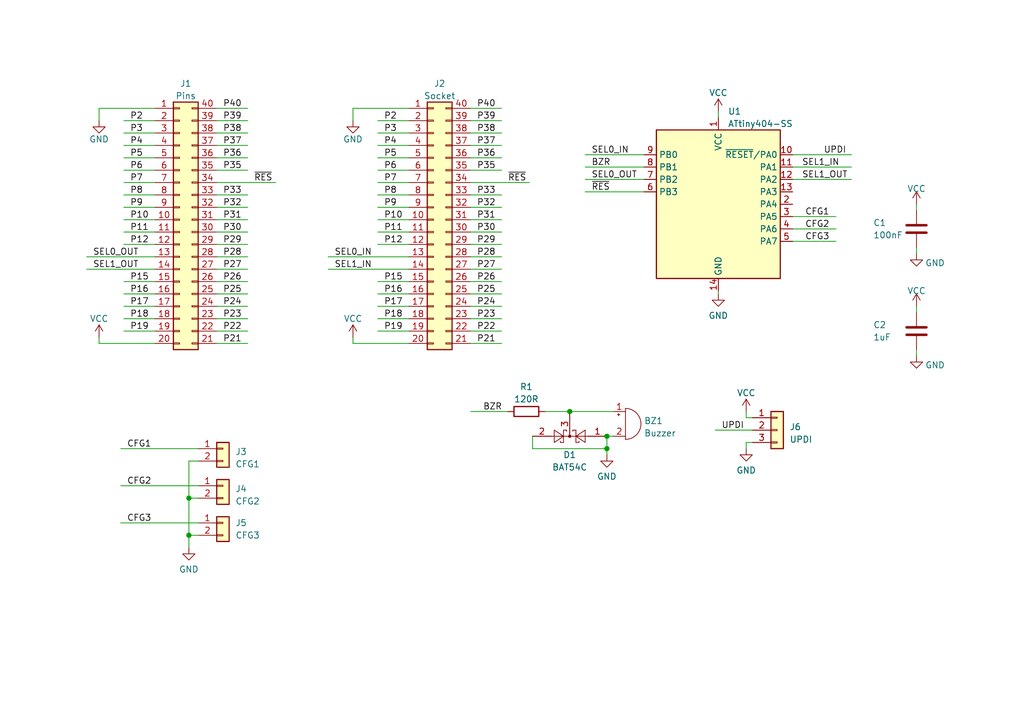
<source format=kicad_sch>
(kicad_sch (version 20230121) (generator eeschema)
  (paper "A5")
  (lib_symbols
    (symbol "Connector_Generic:Conn_01x02" (pin_names (offset 1.016) hide)
      (property "Reference" "J" (at 0 2.54 0))
      (property "Value" "Conn_01x02" (at 0 -5.08 0))
      (symbol "Conn_01x02_1_1"
        (rectangle (start -1.27 -2.413) (end 0 -2.667) (stroke (width 0.1524)))
        (rectangle (start -1.27 0.127) (end 0 -0.127) (stroke (width 0.1524)))
        (rectangle (start -1.27 1.27) (end 1.27 -3.81) (stroke (width 0.254)) (fill (type background)))
        (pin passive line (at -5.08 0 0) (length 3.81) (name "Pin_1") (number "1"))
        (pin passive line (at -5.08 -2.54 0) (length 3.81) (name "Pin_2") (number "2"))
      )
    )
    (symbol "Connector_Generic:Conn_01x03" (pin_names (offset 1.016) hide)
      (property "Reference" "J" (at 0 5.08 0))
      (property "Value" "Conn_01x03" (at 0 -5.08 0))
      (symbol "Conn_01x03_1_1"
        (rectangle (start -1.27 -2.413) (end 0 -2.667) (stroke (width 0.1524)))
        (rectangle (start -1.27 0.127) (end 0 -0.127) (stroke (width 0.1524)))
        (rectangle (start -1.27 2.667) (end 0 2.413) (stroke (width 0.1524)))
        (rectangle (start -1.27 3.81) (end 1.27 -3.81) (stroke (width 0.254)) (fill (type background)))
        (pin passive line (at -5.08 2.54 0) (length 3.81) (name "Pin_1") (number "1"))
        (pin passive line (at -5.08 0 0) (length 3.81) (name "Pin_2") (number "2"))
        (pin passive line (at -5.08 -2.54 0) (length 3.81) (name "Pin_3") (number "3"))
      )
    )
    (symbol "Connector_Generic:Conn_02x20_Counter_Clockwise" (pin_names (offset 1.016) hide)
      (property "Reference" "J" (at 1.27 25.4 0))
      (property "Value" "Conn_02x20_Counter_Clockwise" (at 1.27 -27.94 0))
      (symbol "Conn_02x20_Counter_Clockwise_1_1"
        (rectangle (start -1.27 -25.273) (end 0 -25.527) (stroke (width 0.1524)))
        (rectangle (start -1.27 -22.733) (end 0 -22.987) (stroke (width 0.1524)))
        (rectangle (start -1.27 -20.193) (end 0 -20.447) (stroke (width 0.1524)))
        (rectangle (start -1.27 -17.653) (end 0 -17.907) (stroke (width 0.1524)))
        (rectangle (start -1.27 -15.113) (end 0 -15.367) (stroke (width 0.1524)))
        (rectangle (start -1.27 -12.573) (end 0 -12.827) (stroke (width 0.1524)))
        (rectangle (start -1.27 -10.033) (end 0 -10.287) (stroke (width 0.1524)))
        (rectangle (start -1.27 -7.493) (end 0 -7.747) (stroke (width 0.1524)))
        (rectangle (start -1.27 -4.953) (end 0 -5.207) (stroke (width 0.1524)))
        (rectangle (start -1.27 -2.413) (end 0 -2.667) (stroke (width 0.1524)))
        (rectangle (start -1.27 0.127) (end 0 -0.127) (stroke (width 0.1524)))
        (rectangle (start -1.27 2.667) (end 0 2.413) (stroke (width 0.1524)))
        (rectangle (start -1.27 5.207) (end 0 4.953) (stroke (width 0.1524)))
        (rectangle (start -1.27 7.747) (end 0 7.493) (stroke (width 0.1524)))
        (rectangle (start -1.27 10.287) (end 0 10.033) (stroke (width 0.1524)))
        (rectangle (start -1.27 12.827) (end 0 12.573) (stroke (width 0.1524)))
        (rectangle (start -1.27 15.367) (end 0 15.113) (stroke (width 0.1524)))
        (rectangle (start -1.27 17.907) (end 0 17.653) (stroke (width 0.1524)))
        (rectangle (start -1.27 20.447) (end 0 20.193) (stroke (width 0.1524)))
        (rectangle (start -1.27 22.987) (end 0 22.733) (stroke (width 0.1524)))
        (rectangle (start -1.27 24.13) (end 3.81 -26.67) (stroke (width 0.254)) (fill (type background)))
        (rectangle (start 3.81 -25.273) (end 2.54 -25.527) (stroke (width 0.1524)))
        (rectangle (start 3.81 -22.733) (end 2.54 -22.987) (stroke (width 0.1524)))
        (rectangle (start 3.81 -20.193) (end 2.54 -20.447) (stroke (width 0.1524)))
        (rectangle (start 3.81 -17.653) (end 2.54 -17.907) (stroke (width 0.1524)))
        (rectangle (start 3.81 -15.113) (end 2.54 -15.367) (stroke (width 0.1524)))
        (rectangle (start 3.81 -12.573) (end 2.54 -12.827) (stroke (width 0.1524)))
        (rectangle (start 3.81 -10.033) (end 2.54 -10.287) (stroke (width 0.1524)))
        (rectangle (start 3.81 -7.493) (end 2.54 -7.747) (stroke (width 0.1524)))
        (rectangle (start 3.81 -4.953) (end 2.54 -5.207) (stroke (width 0.1524)))
        (rectangle (start 3.81 -2.413) (end 2.54 -2.667) (stroke (width 0.1524)))
        (rectangle (start 3.81 0.127) (end 2.54 -0.127) (stroke (width 0.1524)))
        (rectangle (start 3.81 2.667) (end 2.54 2.413) (stroke (width 0.1524)))
        (rectangle (start 3.81 5.207) (end 2.54 4.953) (stroke (width 0.1524)))
        (rectangle (start 3.81 7.747) (end 2.54 7.493) (stroke (width 0.1524)))
        (rectangle (start 3.81 10.287) (end 2.54 10.033) (stroke (width 0.1524)))
        (rectangle (start 3.81 12.827) (end 2.54 12.573) (stroke (width 0.1524)))
        (rectangle (start 3.81 15.367) (end 2.54 15.113) (stroke (width 0.1524)))
        (rectangle (start 3.81 17.907) (end 2.54 17.653) (stroke (width 0.1524)))
        (rectangle (start 3.81 20.447) (end 2.54 20.193) (stroke (width 0.1524)))
        (rectangle (start 3.81 22.987) (end 2.54 22.733) (stroke (width 0.1524)))
        (pin passive line (at -5.08 22.86 0) (length 3.81) (name "Pin_1") (number "1"))
        (pin passive line (at -5.08 0 0) (length 3.81) (name "Pin_10") (number "10"))
        (pin passive line (at -5.08 -2.54 0) (length 3.81) (name "Pin_11") (number "11"))
        (pin passive line (at -5.08 -5.08 0) (length 3.81) (name "Pin_12") (number "12"))
        (pin passive line (at -5.08 -7.62 0) (length 3.81) (name "Pin_13") (number "13"))
        (pin passive line (at -5.08 -10.16 0) (length 3.81) (name "Pin_14") (number "14"))
        (pin passive line (at -5.08 -12.7 0) (length 3.81) (name "Pin_15") (number "15"))
        (pin passive line (at -5.08 -15.24 0) (length 3.81) (name "Pin_16") (number "16"))
        (pin passive line (at -5.08 -17.78 0) (length 3.81) (name "Pin_17") (number "17"))
        (pin passive line (at -5.08 -20.32 0) (length 3.81) (name "Pin_18") (number "18"))
        (pin passive line (at -5.08 -22.86 0) (length 3.81) (name "Pin_19") (number "19"))
        (pin passive line (at -5.08 20.32 0) (length 3.81) (name "Pin_2") (number "2"))
        (pin passive line (at -5.08 -25.4 0) (length 3.81) (name "Pin_20") (number "20"))
        (pin passive line (at 7.62 -25.4 180) (length 3.81) (name "Pin_21") (number "21"))
        (pin passive line (at 7.62 -22.86 180) (length 3.81) (name "Pin_22") (number "22"))
        (pin passive line (at 7.62 -20.32 180) (length 3.81) (name "Pin_23") (number "23"))
        (pin passive line (at 7.62 -17.78 180) (length 3.81) (name "Pin_24") (number "24"))
        (pin passive line (at 7.62 -15.24 180) (length 3.81) (name "Pin_25") (number "25"))
        (pin passive line (at 7.62 -12.7 180) (length 3.81) (name "Pin_26") (number "26"))
        (pin passive line (at 7.62 -10.16 180) (length 3.81) (name "Pin_27") (number "27"))
        (pin passive line (at 7.62 -7.62 180) (length 3.81) (name "Pin_28") (number "28"))
        (pin passive line (at 7.62 -5.08 180) (length 3.81) (name "Pin_29") (number "29"))
        (pin passive line (at -5.08 17.78 0) (length 3.81) (name "Pin_3") (number "3"))
        (pin passive line (at 7.62 -2.54 180) (length 3.81) (name "Pin_30") (number "30"))
        (pin passive line (at 7.62 0 180) (length 3.81) (name "Pin_31") (number "31"))
        (pin passive line (at 7.62 2.54 180) (length 3.81) (name "Pin_32") (number "32"))
        (pin passive line (at 7.62 5.08 180) (length 3.81) (name "Pin_33") (number "33"))
        (pin passive line (at 7.62 7.62 180) (length 3.81) (name "Pin_34") (number "34"))
        (pin passive line (at 7.62 10.16 180) (length 3.81) (name "Pin_35") (number "35"))
        (pin passive line (at 7.62 12.7 180) (length 3.81) (name "Pin_36") (number "36"))
        (pin passive line (at 7.62 15.24 180) (length 3.81) (name "Pin_37") (number "37"))
        (pin passive line (at 7.62 17.78 180) (length 3.81) (name "Pin_38") (number "38"))
        (pin passive line (at 7.62 20.32 180) (length 3.81) (name "Pin_39") (number "39"))
        (pin passive line (at -5.08 15.24 0) (length 3.81) (name "Pin_4") (number "4"))
        (pin passive line (at 7.62 22.86 180) (length 3.81) (name "Pin_40") (number "40"))
        (pin passive line (at -5.08 12.7 0) (length 3.81) (name "Pin_5") (number "5"))
        (pin passive line (at -5.08 10.16 0) (length 3.81) (name "Pin_6") (number "6"))
        (pin passive line (at -5.08 7.62 0) (length 3.81) (name "Pin_7") (number "7"))
        (pin passive line (at -5.08 5.08 0) (length 3.81) (name "Pin_8") (number "8"))
        (pin passive line (at -5.08 2.54 0) (length 3.81) (name "Pin_9") (number "9"))
      )
    )
    (symbol "Device:Buzzer" (pin_names (offset 0.0254) hide)
      (property "Reference" "BZ" (at 3.81 1.27 0))
      (property "Value" "Buzzer" (at 3.81 -1.27 0))
      (symbol "Buzzer_0_1"
        (arc (start 0 -3.175) (mid 3.1612 0) (end 0 3.175))
        (polyline (pts (xy -1.651 1.905) (xy -1.143 1.905)))
        (polyline (pts (xy -1.397 2.159) (xy -1.397 1.651)))
        (polyline (pts (xy 0 3.175) (xy 0 -3.175)))
      )
      (symbol "Buzzer_1_1"
        (pin passive line (at -2.54 2.54 0) (length 2.54) (name "-") (number "1"))
        (pin passive line (at -2.54 -2.54 0) (length 2.54) (name "+") (number "2"))
      )
    )
    (symbol "Device:C" (pin_numbers hide) (pin_names (offset 0.254))
      (property "Reference" "C" (at 0.635 2.54 0))
      (property "Value" "C" (at 0.635 -2.54 0))
      (symbol "C_0_1"
        (polyline (pts (xy -2.032 -0.762) (xy 2.032 -0.762)) (stroke (width 0.508)))
        (polyline (pts (xy -2.032 0.762) (xy 2.032 0.762)) (stroke (width 0.508)))
      )
      (symbol "C_1_1"
        (pin passive line (at 0 3.81 270) (length 2.794) (name "~") (number "1"))
        (pin passive line (at 0 -3.81 90) (length 2.794) (name "~") (number "2"))
      )
    )
    (symbol "Device:R" (pin_numbers hide) (pin_names (offset 0))
      (property "Reference" "R" (at 2.032 0 90))
      (property "Value" "R" (at 0 0 90))
      (symbol "R_0_1"
        (rectangle (start -1.016 -2.54) (end 1.016 2.54) (stroke (width 0.254)))
      )
      (symbol "R_1_1"
        (pin passive line (at 0 3.81 270) (length 1.27) (name "~") (number "1"))
        (pin passive line (at 0 -3.81 90) (length 1.27) (name "~") (number "2"))
      )
    )
    (symbol "Diode:BAT54C" (pin_names (offset 1.016))
      (property "Reference" "D" (at 0.635 -3.81 0))
      (property "Value" "BAT54C" (at -6.35 3.175 0))
      (symbol "BAT54C_0_1"
        (polyline (pts (xy -1.905 0) (xy 1.905 0)))
        (polyline (pts (xy -1.905 1.27) (xy -1.905 1.016)))
        (polyline (pts (xy -1.27 -1.27) (xy -0.635 -1.27)))
        (polyline (pts (xy -1.27 0) (xy -3.81 0)))
        (polyline (pts (xy -1.27 1.27) (xy -1.905 1.27)))
        (polyline (pts (xy -1.27 1.27) (xy -1.27 -1.27)))
        (polyline (pts (xy -0.635 -1.27) (xy -0.635 -1.016)))
        (polyline (pts (xy 0.635 -1.27) (xy 0.635 -1.016)))
        (polyline (pts (xy 1.27 -1.27) (xy 0.635 -1.27)))
        (polyline (pts (xy 1.27 1.27) (xy 1.27 -1.27)))
        (polyline (pts (xy 1.27 1.27) (xy 1.905 1.27)))
        (polyline (pts (xy 1.905 1.27) (xy 1.905 1.016)))
        (polyline (pts (xy 3.81 0) (xy 1.27 0)))
        (polyline (pts (xy -3.175 -1.27) (xy -3.175 1.27) (xy -1.27 0) (xy -3.175 -1.27)))
        (polyline (pts (xy 3.175 -1.27) (xy 3.175 1.27) (xy 1.27 0) (xy 3.175 -1.27)))
        (circle (center 0 0) (radius 0.254) (fill (type outline)))
      )
      (symbol "BAT54C_1_1"
        (pin passive line (at -7.62 0 0) (length 3.81) (name "~") (number "1"))
        (pin passive line (at 7.62 0 180) (length 3.81) (name "~") (number "2"))
        (pin passive line (at 0 -5.08 90) (length 5.08) (name "~") (number "3"))
      )
    )
    (symbol "MCU_Microchip_ATtiny:ATtiny404-SS"
      (property "Reference" "U" (at -12.7 16.51 0))
      (property "Value" "ATtiny404-SS" (at 2.54 -16.51 0))
      (symbol "ATtiny404-SS_0_1"
        (rectangle (start -12.7 -15.24) (end 12.7 15.24) (stroke (width 0.254)) (fill (type background)))
      )
      (symbol "ATtiny404-SS_1_1"
        (pin power_in line (at 0 17.78 270) (length 2.54) (name "VCC") (number "1"))
        (pin bidirectional line (at 15.24 10.16 180) (length 2.54) (name "~{RESET}/PA0") (number "10"))
        (pin bidirectional line (at 15.24 7.62 180) (length 2.54) (name "PA1") (number "11"))
        (pin bidirectional line (at 15.24 5.08 180) (length 2.54) (name "PA2") (number "12"))
        (pin bidirectional line (at 15.24 2.54 180) (length 2.54) (name "PA3") (number "13"))
        (pin power_in line (at 0 -17.78 90) (length 2.54) (name "GND") (number "14"))
        (pin bidirectional line (at 15.24 0 180) (length 2.54) (name "PA4") (number "2"))
        (pin bidirectional line (at 15.24 -2.54 180) (length 2.54) (name "PA5") (number "3"))
        (pin bidirectional line (at 15.24 -5.08 180) (length 2.54) (name "PA6") (number "4"))
        (pin bidirectional line (at 15.24 -7.62 180) (length 2.54) (name "PA7") (number "5"))
        (pin bidirectional line (at -15.24 2.54 0) (length 2.54) (name "PB3") (number "6"))
        (pin bidirectional line (at -15.24 5.08 0) (length 2.54) (name "PB2") (number "7"))
        (pin bidirectional line (at -15.24 7.62 0) (length 2.54) (name "PB1") (number "8"))
        (pin bidirectional line (at -15.24 10.16 0) (length 2.54) (name "PB0") (number "9"))
      )
    )
    (symbol "power:GND" (power) (pin_names (offset 0))
      (property "Value" "GND" (at 0 -3.81 0))
      (symbol "GND_0_1"
        (polyline (pts (xy 0 0) (xy 0 -1.27) (xy 1.27 -1.27) (xy 0 -2.54) (xy -1.27 -1.27) (xy 0 -1.27)))
      )
      (symbol "GND_1_1"
        (pin power_in line (at 0 0 270) (length 0) hide (name "GND") (number "1"))
      )
    )
    (symbol "power:VCC" (power) (pin_names (offset 0))
      (property "Value" "VCC" (at 0 3.81 0))
      (symbol "VCC_0_1"
        (polyline (pts (xy -0.762 1.27) (xy 0 2.54)))
        (polyline (pts (xy 0 0) (xy 0 2.54)))
        (polyline (pts (xy 0 2.54) (xy 0.762 1.27)))
      )
      (symbol "VCC_1_1"
        (pin power_in line (at 0 0 90) (length 0) hide (name "VCC") (number "1"))
      )
    )
  )
  (junction (at 116.84 84.455))
  (junction (at 124.46 89.535))
  (junction (at 124.46 92.075))
  (junction (at 38.735 102.235))
  (junction (at 38.735 109.855))
  (wire (pts (xy 96.52 62.865) (xy 102.87 62.865)))
  (wire (pts (xy 77.47 40.005) (xy 83.82 40.005)))
  (wire (pts (xy 147.32 59.69) (xy 147.32 60.325)))
  (wire (pts (xy 44.45 40.005) (xy 50.8 40.005)))
  (wire (pts (xy 96.52 24.765) (xy 102.87 24.765)))
  (wire (pts (xy 38.735 109.855) (xy 40.64 109.855)))
  (wire (pts (xy 109.22 92.075) (xy 124.46 92.075)))
  (wire (pts (xy 120.015 36.83) (xy 132.08 36.83)))
  (wire (pts (xy 96.52 67.945) (xy 102.87 67.945)))
  (wire (pts (xy 20.32 70.485) (xy 20.32 69.215)))
  (wire (pts (xy 96.52 52.705) (xy 102.87 52.705)))
  (wire (pts (xy 96.52 32.385) (xy 102.87 32.385)))
  (wire (pts (xy 77.47 60.325) (xy 83.82 60.325)))
  (wire (pts (xy 44.45 22.225) (xy 50.8 22.225)))
  (wire (pts (xy 17.78 52.705) (xy 31.75 52.705)))
  (wire (pts (xy 72.39 70.485) (xy 83.82 70.485)))
  (wire (pts (xy 77.47 29.845) (xy 83.82 29.845)))
  (wire (pts (xy 72.39 22.225) (xy 83.82 22.225)))
  (wire (pts (xy 147.32 22.86) (xy 147.32 24.13)))
  (wire (pts (xy 77.47 57.785) (xy 83.82 57.785)))
  (wire (pts (xy 44.45 45.085) (xy 50.8 45.085)))
  (wire (pts (xy 25.4 34.925) (xy 31.75 34.925)))
  (wire (pts (xy 162.56 44.45) (xy 171.45 44.45)))
  (wire (pts (xy 162.56 46.99) (xy 171.45 46.99)))
  (wire (pts (xy 25.4 24.765) (xy 31.75 24.765)))
  (wire (pts (xy 187.96 71.755) (xy 187.96 73.025)))
  (wire (pts (xy 24.765 92.075) (xy 40.64 92.075)))
  (wire (pts (xy 96.52 55.245) (xy 102.87 55.245)))
  (wire (pts (xy 25.4 37.465) (xy 31.75 37.465)))
  (wire (pts (xy 77.47 65.405) (xy 83.82 65.405)))
  (wire (pts (xy 187.96 50.8) (xy 187.96 52.07)))
  (wire (pts (xy 40.64 94.615) (xy 38.735 94.615)))
  (wire (pts (xy 44.45 24.765) (xy 50.8 24.765)))
  (wire (pts (xy 25.4 32.385) (xy 31.75 32.385)))
  (wire (pts (xy 25.4 67.945) (xy 31.75 67.945)))
  (wire (pts (xy 96.52 70.485) (xy 102.87 70.485)))
  (wire (pts (xy 25.4 27.305) (xy 31.75 27.305)))
  (wire (pts (xy 44.45 50.165) (xy 50.8 50.165)))
  (wire (pts (xy 162.56 31.75) (xy 174.625 31.75)))
  (wire (pts (xy 24.765 99.695) (xy 40.64 99.695)))
  (wire (pts (xy 109.22 89.535) (xy 109.22 92.075)))
  (wire (pts (xy 77.47 67.945) (xy 83.82 67.945)))
  (wire (pts (xy 25.4 45.085) (xy 31.75 45.085)))
  (wire (pts (xy 146.685 88.265) (xy 154.305 88.265)))
  (wire (pts (xy 24.765 107.315) (xy 40.64 107.315)))
  (wire (pts (xy 96.52 37.465) (xy 108.585 37.465)))
  (wire (pts (xy 77.47 24.765) (xy 83.82 24.765)))
  (wire (pts (xy 96.52 27.305) (xy 102.87 27.305)))
  (wire (pts (xy 77.47 32.385) (xy 83.82 32.385)))
  (wire (pts (xy 67.31 55.245) (xy 83.82 55.245)))
  (wire (pts (xy 187.96 62.865) (xy 187.96 64.135)))
  (wire (pts (xy 77.47 62.865) (xy 83.82 62.865)))
  (wire (pts (xy 20.32 70.485) (xy 31.75 70.485)))
  (wire (pts (xy 124.46 92.075) (xy 124.46 89.535)))
  (wire (pts (xy 72.39 24.765) (xy 72.39 22.225)))
  (wire (pts (xy 96.52 40.005) (xy 102.87 40.005)))
  (wire (pts (xy 111.76 84.455) (xy 116.84 84.455)))
  (wire (pts (xy 162.56 49.53) (xy 171.45 49.53)))
  (wire (pts (xy 44.45 62.865) (xy 50.8 62.865)))
  (wire (pts (xy 38.735 94.615) (xy 38.735 102.235)))
  (wire (pts (xy 44.45 55.245) (xy 50.8 55.245)))
  (wire (pts (xy 162.56 36.83) (xy 174.625 36.83)))
  (wire (pts (xy 187.96 41.91) (xy 187.96 43.18)))
  (wire (pts (xy 25.4 47.625) (xy 31.75 47.625)))
  (wire (pts (xy 44.45 57.785) (xy 50.8 57.785)))
  (wire (pts (xy 116.84 84.455) (xy 125.73 84.455)))
  (wire (pts (xy 67.31 52.705) (xy 83.82 52.705)))
  (wire (pts (xy 96.52 47.625) (xy 102.87 47.625)))
  (wire (pts (xy 96.52 42.545) (xy 102.87 42.545)))
  (wire (pts (xy 25.4 62.865) (xy 31.75 62.865)))
  (wire (pts (xy 44.45 47.625) (xy 50.8 47.625)))
  (wire (pts (xy 96.52 45.085) (xy 102.87 45.085)))
  (wire (pts (xy 77.47 37.465) (xy 83.82 37.465)))
  (wire (pts (xy 153.035 90.805) (xy 154.305 90.805)))
  (wire (pts (xy 38.735 109.855) (xy 38.735 112.395)))
  (wire (pts (xy 72.39 70.485) (xy 72.39 69.215)))
  (wire (pts (xy 96.52 50.165) (xy 102.87 50.165)))
  (wire (pts (xy 77.47 27.305) (xy 83.82 27.305)))
  (wire (pts (xy 124.46 89.535) (xy 125.73 89.535)))
  (wire (pts (xy 44.45 34.925) (xy 50.8 34.925)))
  (wire (pts (xy 120.015 31.75) (xy 132.08 31.75)))
  (wire (pts (xy 25.4 57.785) (xy 31.75 57.785)))
  (wire (pts (xy 44.45 60.325) (xy 50.8 60.325)))
  (wire (pts (xy 44.45 67.945) (xy 50.8 67.945)))
  (wire (pts (xy 153.035 84.455) (xy 153.035 85.725)))
  (wire (pts (xy 120.015 34.29) (xy 132.08 34.29)))
  (wire (pts (xy 25.4 29.845) (xy 31.75 29.845)))
  (wire (pts (xy 25.4 65.405) (xy 31.75 65.405)))
  (wire (pts (xy 25.4 40.005) (xy 31.75 40.005)))
  (wire (pts (xy 44.45 27.305) (xy 50.8 27.305)))
  (wire (pts (xy 96.52 34.925) (xy 102.87 34.925)))
  (wire (pts (xy 25.4 60.325) (xy 31.75 60.325)))
  (wire (pts (xy 20.32 24.765) (xy 20.32 22.225)))
  (wire (pts (xy 44.45 70.485) (xy 50.8 70.485)))
  (wire (pts (xy 124.46 93.345) (xy 124.46 92.075)))
  (wire (pts (xy 44.45 52.705) (xy 50.8 52.705)))
  (wire (pts (xy 77.47 45.085) (xy 83.82 45.085)))
  (wire (pts (xy 162.56 34.29) (xy 174.625 34.29)))
  (wire (pts (xy 44.45 29.845) (xy 50.8 29.845)))
  (wire (pts (xy 44.45 42.545) (xy 50.8 42.545)))
  (wire (pts (xy 120.015 39.37) (xy 132.08 39.37)))
  (wire (pts (xy 44.45 65.405) (xy 50.8 65.405)))
  (wire (pts (xy 77.47 47.625) (xy 83.82 47.625)))
  (wire (pts (xy 96.52 65.405) (xy 102.87 65.405)))
  (wire (pts (xy 25.4 42.545) (xy 31.75 42.545)))
  (wire (pts (xy 96.52 29.845) (xy 102.87 29.845)))
  (wire (pts (xy 17.78 55.245) (xy 31.75 55.245)))
  (wire (pts (xy 44.45 37.465) (xy 56.515 37.465)))
  (wire (pts (xy 44.45 32.385) (xy 50.8 32.385)))
  (wire (pts (xy 77.47 50.165) (xy 83.82 50.165)))
  (wire (pts (xy 96.52 84.455) (xy 104.14 84.455)))
  (wire (pts (xy 38.735 102.235) (xy 38.735 109.855)))
  (wire (pts (xy 153.035 85.725) (xy 154.305 85.725)))
  (wire (pts (xy 153.035 92.075) (xy 153.035 90.805)))
  (wire (pts (xy 96.52 57.785) (xy 102.87 57.785)))
  (wire (pts (xy 20.32 22.225) (xy 31.75 22.225)))
  (wire (pts (xy 96.52 22.225) (xy 102.87 22.225)))
  (wire (pts (xy 77.47 42.545) (xy 83.82 42.545)))
  (wire (pts (xy 96.52 60.325) (xy 102.87 60.325)))
  (wire (pts (xy 40.64 102.235) (xy 38.735 102.235)))
  (wire (pts (xy 77.47 34.925) (xy 83.82 34.925)))
  (wire (pts (xy 25.4 50.165) (xy 31.75 50.165)))
  (label "P12" (at 26.67 50.165 0))
  (label "P2" (at 26.67 24.765 0))
  (label "P35" (at 97.79 34.925 0))
  (label "P35" (at 45.72 34.925 0))
  (label "P5" (at 26.67 32.385 0))
  (label "~{RES}" (at 52.07 37.465 0))
  (label "CFG3" (at 165.1 49.53 0))
  (label "P29" (at 97.79 50.165 0))
  (label "P11" (at 26.67 47.625 0))
  (label "SEL0_IN" (at 121.285 31.75 0))
  (label "P32" (at 45.72 42.545 0))
  (label "SEL1_OUT" (at 19.05 55.245 0))
  (label "P18" (at 26.67 65.405 0))
  (label "P27" (at 45.72 55.245 0))
  (label "~{RES}" (at 121.285 39.37 0))
  (label "P8" (at 78.74 40.005 0))
  (label "P17" (at 26.67 62.865 0))
  (label "P37" (at 97.79 29.845 0))
  (label "P21" (at 97.79 70.485 0))
  (label "P15" (at 26.67 57.785 0))
  (label "P25" (at 45.72 60.325 0))
  (label "P39" (at 97.79 24.765 0))
  (label "P10" (at 78.74 45.085 0))
  (label "P7" (at 26.67 37.465 0))
  (label "P22" (at 97.79 67.945 0))
  (label "P6" (at 26.67 34.925 0))
  (label "P24" (at 45.72 62.865 0))
  (label "~{RES}" (at 104.14 37.465 0))
  (label "P36" (at 97.79 32.385 0))
  (label "P8" (at 26.67 40.005 0))
  (label "P2" (at 78.74 24.765 0))
  (label "P29" (at 45.72 50.165 0))
  (label "P17" (at 78.74 62.865 0))
  (label "P30" (at 97.79 47.625 0))
  (label "P12" (at 78.74 50.165 0))
  (label "P19" (at 26.67 67.945 0))
  (label "P37" (at 45.72 29.845 0))
  (label "P27" (at 97.79 55.245 0))
  (label "CFG1" (at 26.035 92.075 0))
  (label "P36" (at 45.72 32.385 0))
  (label "P9" (at 78.74 42.545 0))
  (label "P32" (at 97.79 42.545 0))
  (label "BZR" (at 121.285 34.29 0))
  (label "P26" (at 45.72 57.785 0))
  (label "P26" (at 97.79 57.785 0))
  (label "P22" (at 45.72 67.945 0))
  (label "P3" (at 26.67 27.305 0))
  (label "P24" (at 97.79 62.865 0))
  (label "P33" (at 45.72 40.005 0))
  (label "P25" (at 97.79 60.325 0))
  (label "P16" (at 26.67 60.325 0))
  (label "P33" (at 97.79 40.005 0))
  (label "CFG1" (at 165.1 44.45 0))
  (label "P38" (at 45.72 27.305 0))
  (label "SEL0_IN" (at 68.58 52.705 0))
  (label "P31" (at 45.72 45.085 0))
  (label "SEL0_OUT" (at 19.05 52.705 0))
  (label "CFG2" (at 26.035 99.695 0))
  (label "CFG3" (at 26.035 107.315 0))
  (label "P23" (at 97.79 65.405 0))
  (label "P21" (at 45.72 70.485 0))
  (label "SEL1_OUT" (at 164.465 36.83 0))
  (label "P31" (at 97.79 45.085 0))
  (label "P5" (at 78.74 32.385 0))
  (label "P23" (at 45.72 65.405 0))
  (label "P10" (at 26.67 45.085 0))
  (label "SEL1_IN" (at 164.465 34.29 0))
  (label "P40" (at 97.79 22.225 0))
  (label "P4" (at 78.74 29.845 0))
  (label "P16" (at 78.74 60.325 0))
  (label "P9" (at 26.67 42.545 0))
  (label "P30" (at 45.72 47.625 0))
  (label "P3" (at 78.74 27.305 0))
  (label "P39" (at 45.72 24.765 0))
  (label "P28" (at 97.79 52.705 0))
  (label "P11" (at 78.74 47.625 0))
  (label "P6" (at 78.74 34.925 0))
  (label "P18" (at 78.74 65.405 0))
  (label "UPDI" (at 147.955 88.265 0))
  (label "BZR" (at 99.06 84.455 0))
  (label "P4" (at 26.67 29.845 0))
  (label "UPDI" (at 168.91 31.75 0))
  (label "P38" (at 97.79 27.305 0))
  (label "P7" (at 78.74 37.465 0))
  (label "P15" (at 78.74 57.785 0))
  (label "P19" (at 78.74 67.945 0))
  (label "P40" (at 45.72 22.225 0))
  (label "CFG2" (at 165.1 46.99 0))
  (label "SEL0_OUT" (at 121.285 36.83 0))
  (label "P28" (at 45.72 52.705 0))
  (label "SEL1_IN" (at 68.58 55.245 0))
  (symbol (lib_id "power:VCC") (at 187.96 62.865 0) (unit 1)
    (property "Reference" "#PWR08" (effects hide))
    (property "Value" "VCC" (at 187.96 59.69 0))
  )
  (symbol (lib_id "power:GND") (at 147.32 60.325 0) (unit 1)
    (property "Reference" "#PWR013" (effects hide))
    (property "Value" "GND" (at 147.32 64.77 0))
  )
  (symbol (lib_id "Connector_Generic:Conn_01x03") (at 159.385 88.265 0) (unit 1)
    (property "Reference" "J6" (at 161.925 87.63 0) (effects (justify left)))
    (property "Value" "UPDI" (at 161.925 90.17 0) (effects (justify left)))
    (property "Footprint" "Connector_PinHeader_2.54mm:PinHeader_1x03_P2.54mm_Vertical" (effects hide))
  )
  (symbol (lib_id "Diode:BAT54C") (at 116.84 89.535 180) (unit 1)
    (property "Reference" "D1" (at 116.84 93.345 0))
    (property "Value" "BAT54C" (at 116.84 95.885 0))
    (property "Footprint" "Package_TO_SOT_SMD:SOT-23" (effects hide))
    (property "Datasheet" "http://www.diodes.com/_files/datasheets/ds11005.pdf" (effects hide))
  )
  (symbol (lib_id "Connector_Generic:Conn_01x02") (at 45.72 99.695 0) (unit 1)
    (property "Reference" "J4" (at 48.26 100.33 0) (effects (justify left)))
    (property "Value" "CFG2" (at 48.26 102.87 0) (effects (justify left)))
    (property "Footprint" "Jumper:SolderJumper-2_P1.3mm_Open_TrianglePad1.0x1.5mm" (effects hide))
  )
  (symbol (lib_id "Connector_Generic:Conn_01x02") (at 45.72 92.075 0) (unit 1)
    (property "Reference" "J3" (at 48.26 92.71 0) (effects (justify left)))
    (property "Value" "CFG1" (at 48.26 95.25 0) (effects (justify left)))
    (property "Footprint" "Jumper:SolderJumper-2_P1.3mm_Open_TrianglePad1.0x1.5mm" (effects hide))
  )
  (symbol (lib_id "Device:C") (at 187.96 46.99 0) (unit 1)
    (property "Reference" "C1" (at 179.07 45.72 0) (effects (justify left)))
    (property "Value" "100nF" (at 179.07 48.26 0) (effects (justify left)))
    (property "Footprint" "Capacitor_SMD:C_0603_1608Metric_Pad1.08x0.95mm_HandSolder" (effects hide))
  )
  (symbol (lib_id "power:GND") (at 124.46 93.345 0) (unit 1)
    (property "Reference" "#PWR011" (effects hide))
    (property "Value" "GND" (at 124.46 97.79 0))
  )
  (symbol (lib_id "power:GND") (at 153.035 92.075 0) (unit 1)
    (property "Reference" "#PWR03" (effects hide))
    (property "Value" "GND" (at 153.035 96.52 0))
  )
  (symbol (lib_id "power:GND") (at 187.96 52.07 0) (unit 1)
    (property "Reference" "#PWR012" (effects hide))
    (property "Value" "GND" (at 191.77 53.975 0))
  )
  (symbol (lib_id "power:VCC") (at 20.32 69.215 0) (unit 1)
    (property "Reference" "#PWR07" (effects hide))
    (property "Value" "VCC" (at 20.32 65.405 0))
  )
  (symbol (lib_id "power:VCC") (at 187.96 41.91 0) (unit 1)
    (property "Reference" "#PWR05" (effects hide))
    (property "Value" "VCC" (at 187.96 38.735 0))
  )
  (symbol (lib_id "power:GND") (at 38.735 112.395 0) (unit 1)
    (property "Reference" "#PWR010" (effects hide))
    (property "Value" "GND" (at 38.735 116.84 0))
  )
  (symbol (lib_id "power:GND") (at 187.96 73.025 0) (unit 1)
    (property "Reference" "#PWR014" (effects hide))
    (property "Value" "GND" (at 191.77 74.93 0))
  )
  (symbol (lib_id "Device:Buzzer") (at 128.27 86.995 0) (unit 1)
    (property "Reference" "BZ1" (at 132.08 86.36 0) (effects (justify left)))
    (property "Value" "Buzzer" (at 132.08 88.9 0) (effects (justify left)))
    (property "Footprint" "amiboot:buzzer" (effects hide))
  )
  (symbol (lib_id "MCU_Microchip_ATtiny:ATtiny404-SS") (at 147.32 41.91 0) (unit 1)
    (property "Reference" "U1" (at 149.2759 22.86 0) (effects (justify left)))
    (property "Value" "ATtiny404-SS" (at 149.2759 25.4 0) (effects (justify left)))
    (property "Footprint" "Package_SO:SOIC-14_3.9x8.7mm_P1.27mm" (effects hide))
    (property "Datasheet" "http://ww1.microchip.com/downloads/en/DeviceDoc/50002687A.pdf" (effects hide))
  )
  (symbol (lib_id "Connector_Generic:Conn_01x02") (at 45.72 107.315 0) (unit 1)
    (property "Reference" "J5" (at 48.26 107.315 0) (effects (justify left)))
    (property "Value" "CFG3" (at 48.26 109.855 0) (effects (justify left)))
    (property "Footprint" "Jumper:SolderJumper-2_P1.3mm_Open_TrianglePad1.0x1.5mm" (effects hide))
  )
  (symbol (lib_id "Connector_Generic:Conn_02x20_Counter_Clockwise") (at 88.9 45.085 0) (unit 1)
    (property "Reference" "J2" (at 90.17 17.145 0))
    (property "Value" "Socket" (at 90.17 19.685 0))
    (property "Footprint" "Package_DIP:DIP-40_W15.24mm_Socket" (effects hide))
  )
  (symbol (lib_id "power:GND") (at 72.39 24.765 0) (unit 1)
    (property "Reference" "#PWR02" (effects hide))
    (property "Value" "GND" (at 72.39 28.575 0))
  )
  (symbol (lib_id "Device:R") (at 107.95 84.455 90) (unit 1)
    (property "Reference" "R1" (at 107.95 79.375 90))
    (property "Value" "120R" (at 107.95 81.915 90))
    (property "Footprint" "Resistor_SMD:R_0603_1608Metric" (effects hide))
  )
  (symbol (lib_id "power:VCC") (at 72.39 69.215 0) (unit 1)
    (property "Reference" "#PWR01" (effects hide))
    (property "Value" "VCC" (at 72.39 65.405 0))
  )
  (symbol (lib_id "power:VCC") (at 153.035 84.455 0) (unit 1)
    (property "Reference" "#PWR04" (effects hide))
    (property "Value" "VCC" (at 153.035 80.645 0))
  )
  (symbol (lib_id "Connector_Generic:Conn_02x20_Counter_Clockwise") (at 36.83 45.085 0) (unit 1)
    (property "Reference" "J1" (at 38.1 17.145 0))
    (property "Value" "Pins" (at 38.1 19.685 0))
    (property "Footprint" "Package_DIP:DIP-40_W15.24mm" (effects hide))
  )
  (symbol (lib_id "power:GND") (at 20.32 24.765 0) (unit 1)
    (property "Reference" "#PWR06" (effects hide))
    (property "Value" "GND" (at 20.32 28.575 0))
  )
  (symbol (lib_id "power:VCC") (at 147.32 22.86 0) (unit 1)
    (property "Reference" "#PWR09" (effects hide))
    (property "Value" "VCC" (at 147.32 19.05 0))
  )
  (symbol (lib_id "Device:C") (at 187.96 67.945 0) (unit 1)
    (property "Reference" "C2" (at 179.07 66.675 0) (effects (justify left)))
    (property "Value" "1uF" (at 179.07 69.215 0) (effects (justify left)))
    (property "Footprint" "Capacitor_SMD:C_1206_3216Metric_Pad1.33x1.80mm_HandSolder" (effects hide))
  )
)
</source>
